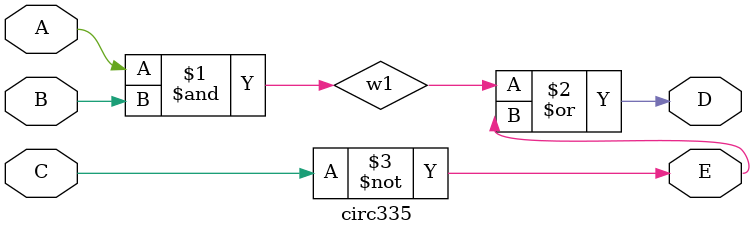
<source format=v>
`timescale 1ns / 1ps


module circ335(
    A
    ,B
    ,C
    ,D
    ,E
    );
    output D, E;
    input A, B, C;
    wire w1;

    and G1(w1, A, B); // opt gate instance name
    not G2(E, C);
    or G3(D, w1, E);
endmodule

</source>
